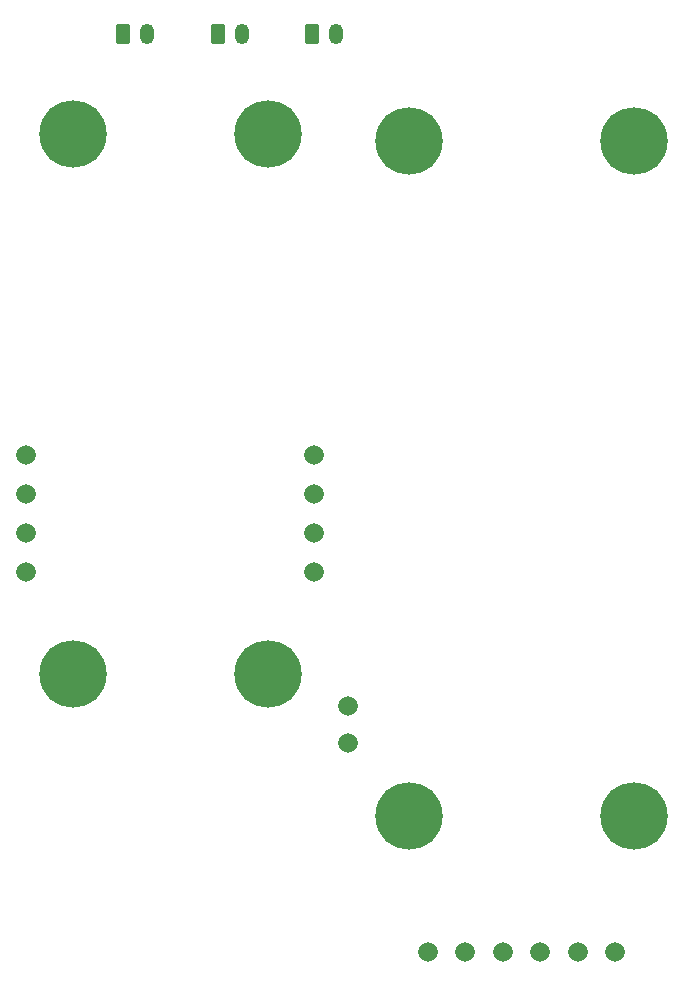
<source format=gbr>
%TF.GenerationSoftware,KiCad,Pcbnew,6.0.1*%
%TF.CreationDate,2022-02-08T14:35:25-06:00*%
%TF.ProjectId,ALTIMETER_HOLDER,414c5449-4d45-4544-9552-5f484f4c4445,rev?*%
%TF.SameCoordinates,Original*%
%TF.FileFunction,Soldermask,Bot*%
%TF.FilePolarity,Negative*%
%FSLAX46Y46*%
G04 Gerber Fmt 4.6, Leading zero omitted, Abs format (unit mm)*
G04 Created by KiCad (PCBNEW 6.0.1) date 2022-02-08 14:35:25*
%MOMM*%
%LPD*%
G01*
G04 APERTURE LIST*
G04 Aperture macros list*
%AMRoundRect*
0 Rectangle with rounded corners*
0 $1 Rounding radius*
0 $2 $3 $4 $5 $6 $7 $8 $9 X,Y pos of 4 corners*
0 Add a 4 corners polygon primitive as box body*
4,1,4,$2,$3,$4,$5,$6,$7,$8,$9,$2,$3,0*
0 Add four circle primitives for the rounded corners*
1,1,$1+$1,$2,$3*
1,1,$1+$1,$4,$5*
1,1,$1+$1,$6,$7*
1,1,$1+$1,$8,$9*
0 Add four rect primitives between the rounded corners*
20,1,$1+$1,$2,$3,$4,$5,0*
20,1,$1+$1,$4,$5,$6,$7,0*
20,1,$1+$1,$6,$7,$8,$9,0*
20,1,$1+$1,$8,$9,$2,$3,0*%
G04 Aperture macros list end*
%ADD10RoundRect,0.250000X-0.350000X-0.625000X0.350000X-0.625000X0.350000X0.625000X-0.350000X0.625000X0*%
%ADD11O,1.200000X1.750000*%
%ADD12C,1.660000*%
%ADD13C,3.600000*%
%ADD14C,5.700000*%
G04 APERTURE END LIST*
D10*
%TO.C,J3*%
X28400000Y-4250000D03*
D11*
X30400000Y-4250000D03*
%TD*%
D12*
%TO.C,A2*%
X4162000Y-39918000D03*
X4162000Y-43220000D03*
X4162000Y-46522000D03*
X4162000Y-49824000D03*
X28538000Y-39918000D03*
X28538000Y-43220000D03*
X28538000Y-46522000D03*
X28538000Y-49824000D03*
D13*
X24605000Y-12740000D03*
D14*
X24605000Y-58460000D03*
D13*
X8095000Y-58460000D03*
D14*
X8095000Y-58460000D03*
X8095000Y-12740000D03*
D13*
X24605000Y-58460000D03*
D14*
X24605000Y-12740000D03*
D13*
X8095000Y-12740000D03*
%TD*%
D10*
%TO.C,J1*%
X12400000Y-4250000D03*
D11*
X14400000Y-4250000D03*
%TD*%
D10*
%TO.C,J2*%
X20400000Y-4250000D03*
D11*
X22400000Y-4250000D03*
%TD*%
D12*
%TO.C,A1*%
X31400000Y-61140900D03*
X31400000Y-64315900D03*
X38162500Y-81975000D03*
X41337500Y-81975000D03*
X44512500Y-81975000D03*
X47687500Y-81975000D03*
X50862500Y-81975000D03*
X54037500Y-81975000D03*
D13*
X36575000Y-70475400D03*
D14*
X36575000Y-70475400D03*
D13*
X55625000Y-13325400D03*
D14*
X55625000Y-13325400D03*
D13*
X55625000Y-70475400D03*
D14*
X36575000Y-13325400D03*
D13*
X36575000Y-13325400D03*
D14*
X55625000Y-70475400D03*
%TD*%
M02*

</source>
